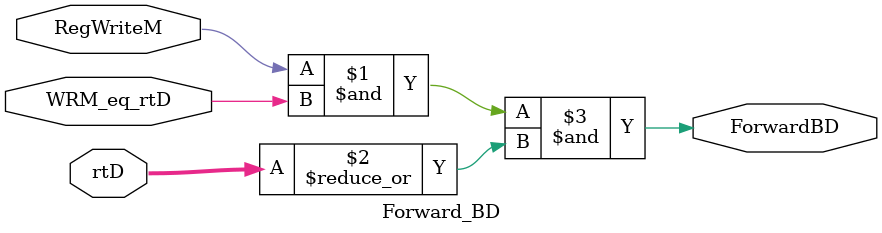
<source format=sv>
module Forward_BD (
    input logic [4:0] rtD,       
    input logic WRM_eq_rtD,      
    input logic RegWriteM,       
    output logic ForwardBD      
);


assign ForwardBD = RegWriteM & WRM_eq_rtD & (|rtD);

endmodule
</source>
